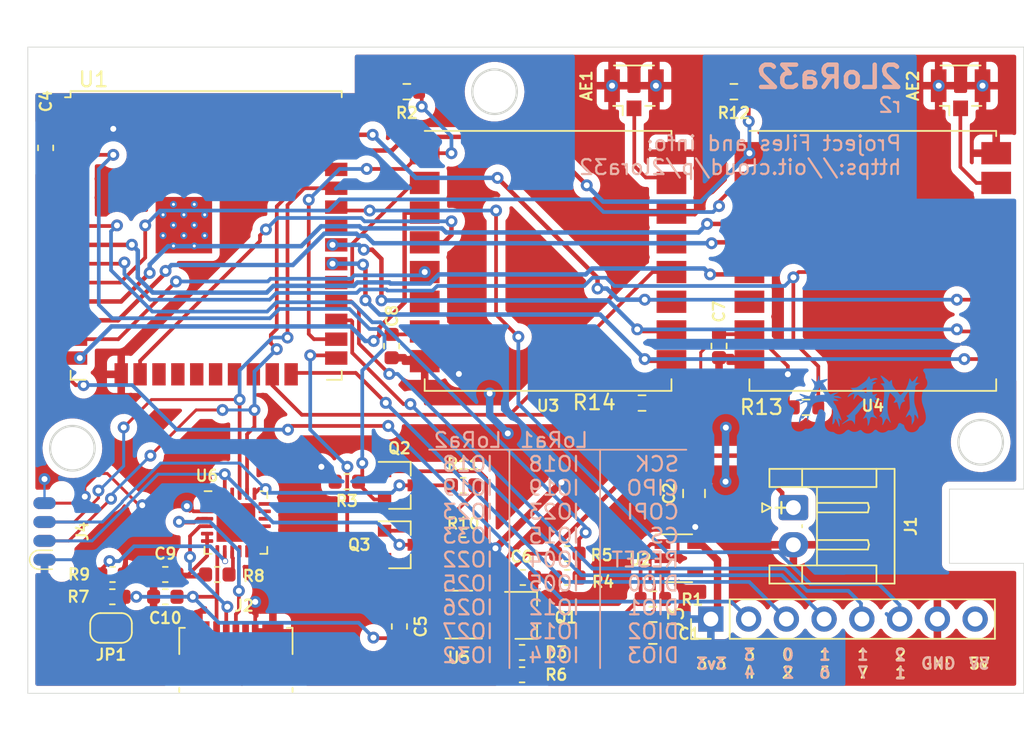
<source format=kicad_pcb>
(kicad_pcb (version 20211014) (generator pcbnew)

  (general
    (thickness 1.6)
  )

  (paper "A4")
  (layers
    (0 "F.Cu" signal)
    (31 "B.Cu" signal)
    (32 "B.Adhes" user "B.Adhesive")
    (33 "F.Adhes" user "F.Adhesive")
    (34 "B.Paste" user)
    (35 "F.Paste" user)
    (36 "B.SilkS" user "B.Silkscreen")
    (37 "F.SilkS" user "F.Silkscreen")
    (38 "B.Mask" user)
    (39 "F.Mask" user)
    (40 "Dwgs.User" user "User.Drawings")
    (41 "Cmts.User" user "User.Comments")
    (42 "Eco1.User" user "User.Eco1")
    (43 "Eco2.User" user "User.Eco2")
    (44 "Edge.Cuts" user)
    (45 "Margin" user)
    (46 "B.CrtYd" user "B.Courtyard")
    (47 "F.CrtYd" user "F.Courtyard")
    (48 "B.Fab" user)
    (49 "F.Fab" user)
  )

  (setup
    (stackup
      (layer "F.SilkS" (type "Top Silk Screen"))
      (layer "F.Paste" (type "Top Solder Paste"))
      (layer "F.Mask" (type "Top Solder Mask") (thickness 0.01))
      (layer "F.Cu" (type "copper") (thickness 0.035))
      (layer "dielectric 1" (type "core") (thickness 1.51) (material "FR4") (epsilon_r 4.5) (loss_tangent 0.02))
      (layer "B.Cu" (type "copper") (thickness 0.035))
      (layer "B.Mask" (type "Bottom Solder Mask") (thickness 0.01))
      (layer "B.Paste" (type "Bottom Solder Paste"))
      (layer "B.SilkS" (type "Bottom Silk Screen"))
      (copper_finish "None")
      (dielectric_constraints no)
    )
    (pad_to_mask_clearance 0.051)
    (solder_mask_min_width 0.25)
    (pcbplotparams
      (layerselection 0x00010fc_ffffffff)
      (disableapertmacros false)
      (usegerberextensions true)
      (usegerberattributes false)
      (usegerberadvancedattributes false)
      (creategerberjobfile false)
      (svguseinch false)
      (svgprecision 6)
      (excludeedgelayer true)
      (plotframeref false)
      (viasonmask false)
      (mode 1)
      (useauxorigin false)
      (hpglpennumber 1)
      (hpglpenspeed 20)
      (hpglpendiameter 15.000000)
      (dxfpolygonmode true)
      (dxfimperialunits true)
      (dxfusepcbnewfont true)
      (psnegative false)
      (psa4output false)
      (plotreference true)
      (plotvalue true)
      (plotinvisibletext false)
      (sketchpadsonfab false)
      (subtractmaskfromsilk false)
      (outputformat 1)
      (mirror false)
      (drillshape 0)
      (scaleselection 1)
      (outputdirectory "gerber/")
    )
  )

  (net 0 "")
  (net 1 "GND")
  (net 2 "Net-(AE1-Pad1)")
  (net 3 "Net-(AE2-Pad1)")
  (net 4 "VBUS")
  (net 5 "+3V3")
  (net 6 "VIN")
  (net 7 "VBAT")
  (net 8 "Net-(C9-Pad1)")
  (net 9 "Net-(J2-Pad3)")
  (net 10 "Net-(J2-Pad2)")
  (net 11 "Net-(JP1-Pad2)")
  (net 12 "RTS")
  (net 13 "EN")
  (net 14 "Net-(Q2-Pad1)")
  (net 15 "IO0")
  (net 16 "DTR")
  (net 17 "Net-(Q3-Pad1)")
  (net 18 "Net-(R4-Pad2)")
  (net 19 "Net-(R8-Pad1)")
  (net 20 "LORSCK")
  (net 21 "TX")
  (net 22 "RX")
  (net 23 "Net-(U1-Pad29)")
  (net 24 "Net-(R13-Pad1)")
  (net 25 "Net-(U1-Pad16)")
  (net 26 "Net-(U1-Pad13)")
  (net 27 "Net-(U1-Pad12)")
  (net 28 "Net-(R14-Pad1)")
  (net 29 "Net-(U1-Pad8)")
  (net 30 "unconnected-(J2-Pad4)")
  (net 31 "Net-(R1-Pad1)")
  (net 32 "unconnected-(U1-Pad32)")
  (net 33 "unconnected-(U1-Pad22)")
  (net 34 "unconnected-(U1-Pad21)")
  (net 35 "unconnected-(U1-Pad20)")
  (net 36 "unconnected-(U1-Pad19)")
  (net 37 "unconnected-(U1-Pad18)")
  (net 38 "unconnected-(U1-Pad17)")
  (net 39 "Net-(U1-Pad14)")
  (net 40 "Net-(U1-Pad11)")
  (net 41 "SPARE04")
  (net 42 "unconnected-(U1-Pad5)")
  (net 43 "unconnected-(U1-Pad4)")
  (net 44 "unconnected-(U2-Pad4)")
  (net 45 "unconnected-(U3-Pad13)")
  (net 46 "unconnected-(U3-Pad6)")
  (net 47 "unconnected-(U4-Pad13)")
  (net 48 "unconnected-(U4-Pad6)")
  (net 49 "unconnected-(U6-Pad24)")
  (net 50 "unconnected-(U6-Pad22)")
  (net 51 "unconnected-(U6-Pad18)")
  (net 52 "unconnected-(U6-Pad17)")
  (net 53 "unconnected-(U6-Pad16)")
  (net 54 "unconnected-(U6-Pad15)")
  (net 55 "unconnected-(U6-Pad14)")
  (net 56 "unconnected-(U6-Pad13)")
  (net 57 "unconnected-(U6-Pad12)")
  (net 58 "unconnected-(U6-Pad11)")
  (net 59 "unconnected-(U6-Pad10)")
  (net 60 "unconnected-(U6-Pad1)")
  (net 61 "LORCOPI")
  (net 62 "LORCIPO")
  (net 63 "SPARE03")
  (net 64 "SPARE02")
  (net 65 "SPARE01")
  (net 66 "SPARE00")
  (net 67 "Net-(R2-Pad1)")
  (net 68 "Net-(R12-Pad1)")
  (net 69 "+5V")

  (footprint "RF_Module:ESP32-WROOM-32U" (layer "F.Cu") (at 178 96.675001))

  (footprint "Connector_Coaxial:U.FL_Hirose_U.FL-R-SMT-1_Vertical" (layer "F.Cu") (at 228.75 87.07 90))

  (footprint "Capacitor_SMD:C_0603_1608Metric" (layer "F.Cu") (at 167.2 90.781475 90))

  (footprint "Capacitor_SMD:C_0603_1608Metric" (layer "F.Cu") (at 191 123 -90))

  (footprint "Capacitor_SMD:C_0603_1608Metric" (layer "F.Cu") (at 199.3 119.7 180))

  (footprint "Capacitor_SMD:C_0603_1608Metric" (layer "F.Cu") (at 190.475 104.125 -90))

  (footprint "Capacitor_SMD:C_0603_1608Metric" (layer "F.Cu") (at 175.25 119.5 180))

  (footprint "Capacitor_SMD:C_0603_1608Metric" (layer "F.Cu") (at 199.25 124.75 180))

  (footprint "Connector_JST:JST_EH_S2B-EH_1x02_P2.50mm_Horizontal" (layer "F.Cu") (at 217.5 115 -90))

  (footprint "Package_TO_SOT_SMD:SOT-23" (layer "F.Cu") (at 191 113.5))

  (footprint "Package_TO_SOT_SMD:SOT-23" (layer "F.Cu") (at 191 117.5))

  (footprint "Resistor_SMD:R_0603_1608Metric" (layer "F.Cu") (at 187.4625 113.25))

  (footprint "Resistor_SMD:R_0603_1608Metric" (layer "F.Cu") (at 202.3 119.7))

  (footprint "Resistor_SMD:R_0603_1608Metric" (layer "F.Cu") (at 202.3 118.1 180))

  (footprint "Resistor_SMD:R_0603_1608Metric" (layer "F.Cu") (at 199.25 126.25))

  (footprint "Resistor_SMD:R_0603_1608Metric" (layer "F.Cu") (at 171.6875 121))

  (footprint "Resistor_SMD:R_0603_1608Metric" (layer "F.Cu") (at 178.75 119.5 180))

  (footprint "Resistor_SMD:R_0603_1608Metric" (layer "F.Cu") (at 171.7 119.5 180))

  (footprint "Resistor_SMD:R_0603_1608Metric" (layer "F.Cu") (at 195.2875 117.5))

  (footprint "Resistor_SMD:R_0603_1608Metric" (layer "F.Cu") (at 195.2875 113.5))

  (footprint "loranet2:DRF1276G" (layer "F.Cu") (at 201 98.140001))

  (footprint "loranet2:DRF1276G" (layer "F.Cu") (at 222.844999 98.140001))

  (footprint "Package_DFN_QFN:QFN-24-1EP_4x4mm_P0.5mm_EP2.6x2.6mm" (layer "F.Cu") (at 180 116))

  (footprint "Connector_USB:USB_Micro-B_Molex_47346-0001" (layer "F.Cu") (at 180 124.8))

  (footprint "Capacitor_SMD:C_0603_1608Metric" (layer "F.Cu") (at 212.5 104.1125 90))

  (footprint "Package_TO_SOT_SMD:SOT-23" (layer "F.Cu") (at 199.5 122.25))

  (footprint "Package_TO_SOT_SMD:SOT-23-5" (layer "F.Cu") (at 195 122.2 180))

  (footprint "Connector_Coaxial:U.FL_Hirose_U.FL-R-SMT-1_Vertical" (layer "F.Cu") (at 206.78 87.07 90))

  (footprint "Capacitor_SMD:C_0805_2012Metric" (layer "F.Cu") (at 208.05 123.436))

  (footprint "Capacitor_SMD:C_0805_2012Metric" (layer "F.Cu") (at 210.82 114.046 90))

  (footprint "Resistor_SMD:R_0603_1608Metric" (layer "F.Cu") (at 208.05 121.15 180))

  (footprint "Package_TO_SOT_SMD:SOT-23-5" (layer "F.Cu") (at 209.795001 118.405001))

  (footprint "Capacitor_SMD:C_0603_1608Metric" (layer "F.Cu") (at 175.25 121 180))

  (footprint "Jumper:SolderJumper-2_P1.3mm_Bridged_RoundedPad1.0x1.5mm" (layer "F.Cu") (at 171.6 123.1 180))

  (footprint "Resistor_SMD:R_0603_1608Metric" (layer "F.Cu") (at 213.5 87 180))

  (footprint "Resistor_SMD:R_0603_1608Metric" (layer "F.Cu") (at 191.5 87 180))

  (footprint "Resistor_SMD:R_0603_1608Metric" (layer "F.Cu") (at 218.351714 108.25 180))

  (footprint "Resistor_SMD:R_0603_1608Metric" (layer "F.Cu") (at 207.32 107.96))

  (footprint "Connector_PinHeader_2.54mm:PinHeader_1x08_P2.54mm_Vertical" (layer "F.Cu") (at 211.95 122.5 90))

  (footprint "loranet2:SOIC_clipProgSmall" (layer "F.Cu") (at 166.376 116.602 -90))

  (footprint "loranet2:MRA-2022_10x6mm" (layer "B.Cu")
    (tedit 623B5DFD) (tstamp 00000000-0000-0000-0000-000060d4245f)
    (at 221.815645 109.15801 180)
    (property "Sheetfile" "loranet2.kicad_sch")
    (property "Sheetname" "")
    (path "/00000000-0000-0000-0000-000060d48c38")
    (attr through_hole)
    (fp_text reference "H1" (at 0 0) (layer "B.SilkS") hide
      (effects (font (size 1.27 1.27) (thickness 0.15)) (justify mirror))
      (tstamp 72bd3a47-5258-460c-bd5b-ac220179bcdf)
    )
    (fp_text value "MountingHole" (at 0 0) (layer "B.SilkS") hide
      (effects (font (size 1.27 1.27) (thickness 0.15)) (justify mirror))
      (tstamp 31948383-d588-419b-b73e-6f2eb277375e)
    )
    (fp_poly (pts
        (xy -1.558313 3.04029)
        (xy -1.564778 3.012362)
        (xy -1.593564 2.958042)
        (xy -1.628618 2.897503)
        (xy -1.676306 2.815254)
        (xy -1.727994 2.726186)
        (xy -1.743926 2.69875)
        (xy -1.842272 2.529417)
        (xy -1.704303 2.523158)
        (xy -1.63412 2.517775)
        (xy -1.58444 2.509763)
        (xy -1.566333 2.501182)
        (xy -1.581318 2.480125)
        (xy -1.620043 2.442047)
        (xy -1.659259 2.407789)
        (xy -1.720942 2.348345)
        (xy -1.757562 2.287767)
        (xy -1.778809 2.219127)
        (xy -1.790032 2.139902)
        (xy -1.795319 2.026606)
        (xy -1.794991 1.887038)
        (xy -1.789365 1.728996)
        (xy -1.77876 1.560279)
        (xy -1.763493 1.388684)
        (xy -1.743884 1.22201)
        (xy -1.735742 1.164167)
        (xy -1.719827 1.049489)
        (xy -1.706621 0.941121)
        (xy -1.697386 0.850389)
        (xy -1.693384 0.788622)
        (xy -1.693313 0.783167)
        (xy -1.679638 0.647461)
        (xy -1.635987 0.533109)
        (xy -1.557401 0.427311)
        (xy -1.553983 0.423635)
        (xy -1.497644 0.361601)
        (xy -1.469219 0.323597)
        (xy -1.466483 0.303927)
        (xy -1.487208 0.296894)
        (xy -1.504225 0.296334)
        (xy -1.581972 0.27694)
        (xy -1.641488 0.220331)
        (xy -1.663375 0.178893)
        (xy -1.682831 0.102771)
        (xy -1.69196 0.003496)
        (xy -1.690281 -0.100914)
        (xy -1.677316 -0.192441)
        (xy -1.673644 -0.206514)
        (xy -1.665232 -0.257309)
        (xy -1.676334 -0.274625)
        (xy -1.704224 -0.255423)
        (xy -1.710785 -0.247892)
        (xy -1.730087 -0.216083)
        (xy -1.760114 -0.157333)
        (xy -1.794811 -0.083567)
        (xy -1.799452 -0.073267)
        (xy -1.848749 0.025689)
        (xy -1.897289 0.103347)
        (xy -1.940536 0.153314)
        (xy -1.971698 0.169334)
        (xy -1.991985 0.153722)
        (xy -2.030372 0.112499)
        (xy -2.07978 0.054088)
        (xy -2.133129 -0.013092)
        (xy -2.183341 -0.080618)
        (xy -2.191414 -0.092038)
        (xy -2.219916 -0.125966)
        (xy -2.231189 -0.122224)
        (xy -2.225405 -0.081734)
        (xy -2.202736 -0.005417)
        (xy -2.163352 0.105803)
        (xy -2.146302 0.151096)
        (xy -2.092618 0.305003)
        (xy -2.053991 0.449979)
        (xy -2.028962 0.596714)
        (xy -2.016071 0.755899)
        (xy -2.013858 0.938224)
        (xy -2.018067 1.090084)
        (xy -2.027363 1.246172)
        (xy -2.043486 1.380888)
        (xy -2.069454 1.515022)
        (xy -2.094718 1.618215)
        (xy -2.120635 1.715801)
        (xy -2.143401 1.797561)
        (xy -2.160648 1.855263)
        (xy -2.17001 1.880674)
        (xy -2.170278 1.881)
        (xy -2.194075 1.877282)
        (xy -2.237493 1.846884)
        (xy -2.294202 1.796576)
        (xy -2.357875 1.733125)
        (xy -2.422183 1.663301)
        (xy -2.480799 1.593873)
        (xy -2.527395 1.531609)
        (xy -2.555641 1.483278)
        (xy -2.561167 1.462893)
        (xy -2.549776 1.42417)
        (xy -2.520662 1.367321)
        (xy -2.498052 1.331394)
        (xy -2.462524 1.276498)
        (xy -2.439455 1.236133)
        (xy -2.434552 1.223516)
        (xy -2.452511 1.220774)
        (xy -2.499163 1.229318)
        (xy -2.542632 1.240993)
        (xy -2.606181 1.256004)
        (xy -2.652881 1.259959)
        (xy -2.667672 1.255727)
        (xy -2.679395 1.229386)
        (xy -2.698868 1.170848)
        (xy -2.723327 1.08892)
        (xy -2.748596 0.997708)
        (xy -2.774584 0.90273)
        (xy -2.797304 0.823689)
        (xy -2.814254 0.769031)
        (xy -2.82279 0.747321)
        (xy -2.831657 0.760755)
        (xy -2.844799 0.805596)
        (xy -2.857041 0.860864)
        (xy -2.892058 1.011047)
        (xy -2.931665 1.124)
        (xy -2.97887 1.204798)
        (xy -3.036678 1.258515)
        (xy -3.108096 1.290224)
        (xy -3.112073 1.291321)
        (xy -3.172218 1.312414)
        (xy -3.192545 1.336524)
        (xy -3.175421 1.370209)
        (xy -3.149909 1.396114)
        (xy -3.103651 1.43921)
        (xy -3.195242 1.619847)
        (xy -3.245648 1.711891)
        (xy -3.300634 1.800699)
        (xy -3.350762 1.871352)
        (xy -3.365826 1.889497)
        (xy -3.444818 1.97851)
        (xy -3.457715 1.872964)
        (xy -3.464957 1.803329)
        (xy -3.47401 1.700469)
        (xy -3.484196 1.573416)
        (xy -3.494839 1.431205)
        (xy -3.505261 1.28287)
        (xy -3.514785 1.137445)
        (xy -3.522333 1.011101)
        (xy -3.526449 0.919505)
        (xy -3.524771 0.856223)
        (xy -3.514861 0.807369)
        (xy -3.494285 0.759057)
        (xy -3.470356 0.714767)
        (xy -3.417075 0.616539)
        (xy -3.365587 0.5164)
        (xy -3.319319 0.421658)
        (xy -3.2817 0.33962)
        (xy -3.256158 0.277593)
        (xy -3.246119 0.242885)
        (xy -3.246938 0.238507)
        (xy -3.267079 0.245759)
        (xy -3.308609 0.276244)
        (xy -3.362761 0.323483)
        (xy -3.365896 0.326406)
        (xy -3.422794 0.375238)
        (xy -3.470226 0.408081)
        (xy -3.49814 0.418001)
        (xy -3.498514 0.417891)
        (xy -3.524666 0.396752)
        (xy -3.563257 0.352039)
        (xy -3.58775 0.319082)
        (xy -3.615204 0.278151)
        (xy -3.633306 0.241843)
        (xy -3.64397 0.200053)
        (xy -3.649111 0.142679)
        (xy -3.650643 0.059619)
        (xy -3.650612 -0.012619)
        (xy -3.650696 -0.108022)
        (xy -3.651405 -0.185627)
        (xy -3.652618 -0.237042)
        (xy -3.654082 -0.254)
        (xy -3.665652 -0.237019)
        (xy -3.692636 -0.192002)
        (xy -3.72974 -0.127832)
        (xy -3.739246 -0.111125)
        (xy -3.777599 -0.041334)
        (xy -3.801336 0.012712)
        (xy -3.81384 0.065435)
        (xy -3.818491 0.131259)
        (xy -3.818672 0.224605)
        (xy -3.818647 0.227542)
        (xy -3.819537 0.326598)
        (xy -3.824656 0.388572)
        (xy -3.834654 0.418564)
        (xy -3.843597 0.423334)
        (xy -3.87619 0.406636)
        (xy -3.920183 0.364023)
        (xy -3.966654 0.306714)
        (xy -4.006678 0.24593)
        (xy -4.031332 0.192891)
        (xy -4.033576 0.184466)
        (xy -4.044932 0.143133)
        (xy -4.056289 0.138918)
        (xy -4.069236 0.158274)
        (xy -4.083845 0.220057)
        (xy -4.079168 0.315424)
        (xy -4.055891 0.440634)
        (xy -4.014696 0.591944)
        (xy -3.960246 0.75463)
        (xy -3.919647 0.872097)
        (xy -3.882579 0.988328)
        (xy -3.852618 1.091489)
        (xy -3.833338 1.169746)
        (xy -3.830722 1.183365)
        (xy -3.813282 1.322433)
        (xy -3.805796 1.47418)
        (xy -3.808106 1.624682)
        (xy -3.820056 1.760015)
        (xy -3.83832 1.855139)
        (xy -3.855999 1.943748)
        (xy -3.86863 2.051431)
        (xy -3.8735 2.154995)
        (xy -3.8735 2.155745)
        (xy -3.874304 2.241117)
        (xy -3.879285 2.296604)
        (xy -3.892301 2.334653)
        (xy -3.917206 2.367709)
        (xy -3.949077 2.399695)
        (xy -4.012713 2.453521)
        (xy -4.081429 2.500272)
        (xy -4.102535 2.511839)
        (xy -4.180417 2.550584)
        (xy -3.878521 2.56292)
        (xy -3.939233 2.675013)
        (xy -3.979083 2.754204)
        (xy -4.014264 2.834076)
        (xy -4.041037 2.904828)
        (xy -4.055666 2.956658)
        (xy -4.055238 2.979152)
        (xy -4.025218 2.983607)
        (xy -3.985399 2.961784)
        (xy -3.94931 2.92273)
        (xy -3.937146 2.900185)
        (xy -3.910751 2.856968)
        (xy -3.86607 2.80258)
        (xy -3.811425 2.745067)
        (xy -3.75514 2.692474)
        (xy -3.705535 2.652847)
        (xy -3.670936 2.634231)
        (xy -3.662596 2.634779)
        (xy -3.64168 2.65904)
        (xy -3.609153 2.708367)
        (xy -3.583254 2.752404)
        (xy -3.549124 2.809399)
        (xy -3.522214 2.84756)
        (xy -3.51108 2.857479)
        (xy -3.500083 2.838757)
        (xy -3.487927 2.791615)
        (xy -3.483621 2.767542)
        (xy -3.464942 2.682506)
        (xy -3.433917 2.574891)
        (xy -3.39487 2.45693)
        (xy -3.352122 2.340855)
        (xy -3.309997 2.238899)
        (xy -3.272815 2.163296)
        (xy -3.266184 2.152144)
        (xy -3.224868 2.092707)
        (xy -3.168854 2.021227)
        (xy -3.104656 1.944951)
        (xy -3.038789 1.871125)
        (xy -2.977765 1.806992)
        (xy -2.9281 1.7598)
        (xy -2.896309 1.736793)
        (xy -2.891739 1.735667)
        (xy -2.862294 1.751288)
        (xy -2.82575 1.789348)
        (xy -2.822315 1.793875)
        (xy -2.791733 1.832402)
        (xy -2.740403 1.894214)
        (xy -2.675497 1.970775)
        (xy -2.604515 2.053167)
        (xy -2.501453 2.175808)
        (xy -2.425615 2.277156)
        (xy -2.373197 2.364716)
        (xy -2.340393 2.445993)
        (xy -2.323401 2.528494)
        (xy -2.318421 2.617576)
        (xy -2.317311 2.699049)
        (xy -2.310384 2.741208)
        (xy -2.290895 2.747027)
        (xy -2.252095 2.719478)
        (xy -2.19755 2.670835)
        (xy -2.140849 2.619636)
        (xy -2.037589 2.722693)
        (xy -1.976359 2.778441)
        (xy -1.899475 2.840732)
        (xy -1.815208 2.903771)
        (xy -1.73183 2.961765)
        (xy -1.657614 3.008921)
        (xy -1.60083 3.039445)
        (xy -1.573125 3.048)
        (xy -1.558313 3.04029)
      ) (layer "B.Cu") (width 0.01) (fill solid) (tstamp 4f31de85-a5e9-490a-9f64-4ba66189b3e4))
    (fp_poly (pts
        (xy -0.766927 2.988489)
        (xy -0.737465 2.943923)
        (xy -0.709493 2.894542)
        (xy -0.670534 2.826151)
        (xy -0.629762 2.76762)
        (xy -0.580673 2.712555)
        (xy -0.516765 2.654561)
        (xy -0.431533 2.587244)
        (xy -0.318474 2.50421)
        (xy -0.296333 2.488296)
        (xy -0.178287 2.403613)
        (xy -0.088159 2.34004)
        (xy -0.019196 2.294395)
        (xy 0.035354 2.263496)
        (xy 0.082245 2.244161)
        (xy 0.128229 2.23321)
        (xy 0.180058 2.22746)
        (xy 0.244486 2.223729)
        (xy 0.267793 2.2225)
        (xy 0.463395 2.211917)
        (xy 0.337927 2.106084)
        (xy 0.27864 2.054775)
        (xy 0.234556 2.014147)
        (xy 0.213537 1.991512)
        (xy 0.212789 1.989667)
        (xy 0.230796 1.976636)
        (xy 0.278398 1.951287)
        (xy 0.34646 1.918395)
        (xy 0.369959 1.907561)
        (xy 0.455243 1.865778)
        (xy 0.514071 1.827168)
        (xy 0.559943 1.780915)
        (xy 0.603604 1.720363)
        (xy 0.641148 1.660068)
        (xy 0.664885 1.614506)
        (xy 0.669705 1.593983)
        (xy 0.648839 1.600457)
        (xy 0.602018 1.626805)
        (xy 0.537612 1.668126)
        (xy 0.504126 1.690991)
        (xy 0.403789 1.755225)
        (xy 0.320306 1.797638)
        (xy 0.257845 1.816816)
        (xy 0.220577 1.811347)
        (xy 0.211667 1.790116)
        (xy 0.216188 1.752467)
        (xy 0.228057 1.687549)
        (xy 0.244727 1.609253)
        (xy 0.24514 1.607434)
        (xy 0.260632 1.531011)
        (xy 0.269657 1.469477)
        (xy 0.270365 1.435604)
        (xy 0.270148 1.434862)
        (xy 0.25595 1.439577)
        (xy 0.225226 1.473826)
        (xy 0.183538 1.531028)
        (xy 0.163981 1.560493)
        (xy 0.11394 1.632975)
        (xy 0.067001 1.692578)
        (xy 0.031344 1.729151)
        (xy 0.02409 1.734103)
        (xy -0.022048 1.746063)
        (xy -0.06402 1.738795)
        (xy -0.084473 1.715711)
        (xy -0.084667 1.712712)
        (xy -0.100943 1.693475)
        (xy -0.144755 1.656597)
        (xy -0.208579 1.608164)
        (xy -0.255227 1.574772)
        (xy -0.425787 1.455257)
        (xy -0.376935 1.403038)
        (xy -0.332194 1.361059)
        (xy -0.269378 1.30894)
        (xy -0.225247 1.275173)
        (xy -0.15711 1.216291)
        (xy -0.084206 1.139908)
        (xy -0.032494 1.075954)
        (xy 0.012109 1.019382)
        (xy 0.079231 0.940229)
        (xy 0.161969 0.846356)
        (xy 0.253421 0.745621)
        (xy 0.326291 0.667417)
        (xy 0.427529 0.56142)
        (xy 0.505537 0.483227)
        (xy 0.564957 0.428779)
        (xy 0.610433 0.394019)
        (xy 0.646608 0.374888)
        (xy 0.667996 0.368787)
        (xy 0.716293 0.356531)
        (xy 0.740259 0.344186)
        (xy 0.740833 0.342496)
        (xy 0.72727 0.321405)
        (xy 0.692588 0.281316)
        (xy 0.665381 0.252598)
        (xy 0.589928 0.175328)
        (xy 0.659344 0.105912)
        (xy 0.708954 0.060643)
        (xy 0.779844 0.001296)
        (xy 0.859027 -0.061356)
        (xy 0.882963 -0.079566)
        (xy 0.96073 -0.140553)
        (xy 1.011082 -0.184976)
        (xy 1.032921 -0.210743)
        (xy 1.025146 -0.215766)
        (xy 0.986657 -0.197952)
        (xy 0.926042 -0.16143)
        (xy 0.791386 -0.080612)
        (xy 0.677518 -0.024323)
        (xy 0.574524 0.012055)
        (xy 0.530558 0.022846)
        (xy 0.460289 0.034558)
        (xy 0.411996 0.031325)
        (xy 0.367551 0.011762)
        (xy 0.364849 0.01018)
        (xy 0.30763 -0.035965)
        (xy 0.256216 -0.09786)
        (xy 0.221066 -0.161061)
        (xy 0.211667 -0.201334)
        (xy 0.204651 -0.226445)
        (xy 0.19259 -0.221191)
        (xy 0.185063 -0.193651)
        (xy 0.177714 -0.132155)
        (xy 0.171273 -0.045079)
        (xy 0.166468 0.059204)
        (xy 0.165548 0.089169)
        (xy 0.157582 0.379422)
        (xy 0.041749 0.492029)
        (xy -0.030401 0.570266)
        (xy -0.102365 0.661302)
        (xy -0.151612 0.734403)
        (xy -0.213844 0.823298)
        (xy -0.294891 0.909125)
        (xy -0.404542 1.002243)
        (xy -0.4053 1.002839)
        (xy -0.478991 1.058037)
        (xy -0.541081 1.099312)
        (xy -0.584008 1.121954)
        (xy -0.599292 1.123675)
        (xy -0.620346 1.08239)
        (xy -0.63808 1.010174)
        (xy -0.650428 0.918411)
        (xy -0.655323 0.818485)
        (xy -0.655334 0.814917)
        (xy -0.651293 0.739231)
        (xy -0.636407 0.666401)
        (xy -0.606876 0.581928)
        (xy -0.574187 0.505249)
        (xy -0.530924 0.414082)
        (xy -0.485641 0.328403)
        (xy -0.44597 0.262356)
        (xy -0.43398 0.245381)
        (xy -0.401316 0.197353)
        (xy -0.385912 0.163971)
        (xy -0.386581 0.156698)
        (xy -0.410488 0.158551)
        (xy -0.457756 0.176462)
        (xy -0.483939 0.189024)
        (xy -0.539063 0.215397)
        (xy -0.578226 0.230964)
        (xy -0.586532 0.232754)
        (xy -0.603508 0.214905)
        (xy -0.628779 0.169284)
        (xy -0.645583 0.132213)
        (xy -0.670307 0.056546)
        (xy -0.683725 -0.032331)
        (xy -0.687912 -0.148423)
        (xy -0.687917 -0.153432)
        (xy -0.689035 -0.235999)
        (xy -0.692024 -0.299542)
        (xy -0.696337 -0.3345)
        (xy -0.6985 -0.338362)
        (xy -0.712179 -0.320618)
        (xy -0.737411 -0.274573)
        (xy -0.765656 -0.21668)
        (xy -0.806996 -0.101815)
        (xy -0.833462 0.024763)
        (xy -0.836334 0.049512)
        (xy -0.850571 0.150126)
        (xy -0.873859 0.214522)
        (xy -0.912361 0.248717)
        (xy -0.972237 0.258729)
        (xy -1.044425 0.252735)
        (xy -1.126264 0.235296)
        (xy -1.202895 0.208739)
        (xy -1.235251 0.192354)
        (xy -1.284436 0.164178)
        (xy -1.317917 0.14901)
        (xy -1.322303 0.148167)
        (xy -1.316349 0.162722)
        (xy -1.28741 0.201735)
        (xy -1.240851 0.258224)
        (xy -1.212465 0.291042)
        (xy -1.087069 0.433917)
        (xy -1.039732 0.814917)
        (xy -1.023905 0.940538)
        (xy -1.009159 1.054349)
        (xy -0.996533 1.148555)
        (xy -0.987071 1.215362)
        (xy -0.982203 1.245231)
        (xy -0.979941 1.280412)
        (xy -1.002007 1.28509)
        (xy -1.020465 1.280332)
        (xy -1.060748 1.262248)
        (xy -1.123808 1.227144)
        (xy -1.197472 1.181884)
        (xy -1.213809 1.1713)
        (xy -1.281994 1.129044)
        (xy -1.3363 1.099798)
        (xy -1.367654 1.088297)
        (xy -1.371333 1.089111)
        (xy -1.36346 1.108646)
        (xy -1.330968 1.148421)
        (xy -1.280622 1.200264)
        (xy -1.274065 1.206562)
        (xy -1.204546 1.280504)
        (xy -1.169589 1.337557)
        (xy -1.164167 1.364775)
        (xy -1.167755 1.397051)
        (xy -1.18591 1.412723)
        (xy -1.229722 1.41765)
        (xy -1.264708 1.417916)
        (xy -1.346004 1.411783)
        (xy -1.438814 1.39649)
        (xy -1.481667 1.386417)
        (xy -1.56906 1.364371)
        (xy -1.620909 1.35553)
        (xy -1.641895 1.359897)
        (xy -1.636695 1.377477)
        (xy -1.629711 1.386565)
        (xy -1.598096 1.407122)
        (xy -1.536994 1.434042)
        (xy -1.457752 1.462519)
        (xy -1.428966 1.471618)
        (xy -1.30902 1.514451)
        (xy -1.230033 1.557586)
        (xy -1.190633 1.601893)
        (xy -1.185333 1.626148)
        (xy -1.198593 1.654507)
        (xy -1.232745 1.701393)
        (xy -1.264708 1.738975)
        (xy -1.302786 1.782056)
        (xy -1.320316 1.807998)
        (xy -1.312978 1.818049)
        (xy -1.276452 1.813455)
        (xy -1.206417 1.795464)
        (xy -1.136568 1.775967)
        (xy -1.073832 1.760416)
        (xy -1.038543 1.759171)
        (xy -1.018212 1.772502)
        (xy -1.013691 1.778597)
        (xy -1.006227 1.812042)
        (xy -1.0026 1.877921)
        (xy -1.00238 1.966548)
        (xy -1.004645 2.049973)
        (xy -0.613433 2.049973)
        (xy -0.611161 1.977293)
        (xy -0.60607 1.920154)
        (xy -0.600519 1.894932)
        (xy -0.587719 1.875239)
        (xy -0.565818 1.871912)
        (xy -0.528416 1.887413)
        (xy -0.469115 1.924201)
        (xy -0.399139 1.972339)
        (xy -0.33405 2.020262)
        (xy -0.300267 2.052321)
        (xy -0.29277 2.074382)
        (xy -0.300762 2.087306)
        (xy -0.332948 2.11217)
        (xy -0.387018 2.147963)
        (xy -0.451667 2.187905)
        (xy -0.515587 2.225212)
        (xy -0.567473 2.253103)
        (xy -0.596018 2.264795)
        (xy -0.596713 2.264834)
        (xy -0.604526 2.245624)
        (xy -0.609997 2.195701)
        (xy -0.613005 2.12663)
        (xy -0.613433 2.049973)
        (xy -1.004645 2.049973)
        (xy -1.005142 2.068239)
        (xy -1.010458 2.17331)
        (xy -1.017899 2.272075)
        (xy -1.027038 2.35485)
        (xy -1.037449 2.411949)
        (xy -1.04229 2.426375)
        (xy -1.074536 2.465215)
        (xy -1.12969 2.505662)
        (xy -1.156839 2.52041)
        (xy -1.221333 2.556837)
        (xy -1.245569 2.583875)
        (xy -1.229319 2.60094)
        (xy -1.190625 2.606835)
        (xy -1.132033 2.609596)
        (xy -1.089461 2.608584)
        (xy -1.039721 2.602633)
        (xy -1.005417 2.597517)
        (xy -0.92075 2.584671)
        (xy -0.994833 2.648589)
        (xy -1.084569 2.715686)
        (xy -1.174788 2.765312)
        (xy -1.253719 2.79146)
        (xy -1.27974 2.794)
        (xy -1.319941 2.799721)
        (xy -1.3335 2.810934)
        (xy -1.314775 2.846019)
        (xy -1.26494 2.868524)
        (xy -1.193508 2.877785)
        (xy -1.109993 2.873136)
        (xy -1.023906 2.853912)
        (xy -0.976647 2.835869)
        (xy -0.907724 2.806487)
        (xy -0.86837 2.796596)
        (xy -0.850661 2.806031)
        (xy -0.846667 2.833175)
        (xy -0.840112 2.880789)
        (xy -0.824178 2.935686)
        (xy -0.804464 2.982344)
        (xy -0.786567 3.005241)
        (xy -0.78446 3.005667)
        (xy -0.766927 2.988489)
      ) (layer "B.Cu") (width 0.01) (fill solid) (tstamp 8da5ca03-ed4e-4318-a05e-8d1b9da96279))
    (fp_poly (pts
        (xy 2.617647 3.023614)
        (xy 2.631609 2.974592)
        (xy 2.635504 2.950012)
        (xy 2.658609 2.813046)
        (xy 2.686259 2.716405)
        (xy 2.72114 2.658121)
        (xy 2.765939 2.636228)
        (xy 2.823344 2.648757)
        (xy 2.89604 2.693741)
        (xy 2.938965 2.727791)
        (xy 3.022266 2.794403)
        (xy 3.07655 2.830305)
        (xy 3.102496 2.834958)
        (xy 3.100781 2.807823)
        (xy 3.072083 2.748363)
        (xy 3.021121 2.662532)
        (xy 2.950978 2.540619)
        (xy 2.90925 2.440602)
        (xy 2.895749 2.353171)
        (xy 2.910284 2.269014)
        (xy 2.952665 2.178822)
        (xy 3.009487 2.091811)
        (xy 3.065145 2.003871)
        (xy 3.117459 1.906062)
        (xy 3.152408 1.826278)
        (xy 3.181697 1.754696)
        (xy 3.210285 1.697935)
        (xy 3.230163 1.670302)
        (xy 3.25302 1.662369)
        (xy 3.294815 1.664938)
        (xy 3.361716 1.67912)
        (xy 3.459889 1.706022)
        (xy 3.508285 1.720291)
        (xy 3.64563 1.760748)
        (xy 3.747453 1.789175)
        (xy 3.818512 1.806574)
        (xy 3.863561 1.813952)
        (xy 3.887355 1.812312)
        (xy 3.894649 1.80266)
        (xy 3.894667 1.801926)
        (xy 3.877193 1.773628)
        (xy 3.830655 1.73304)
        (xy 3.763873 1.686757)
        (xy 3.68567 1.641374)
        (xy 3.667125 1.631821)
        (xy 3.614278 1.601629)
        (xy 3.581928 1.57611)
        (xy 3.577167 1.567629)
        (xy 3.596248 1.550205)
        (xy 3.646785 1.527644)
        (xy 3.718712 1.503078)
        (xy 3.801967 1.479639)
        (xy 3.886486 1.460456)
        (xy 3.958167 1.449095)
        (xy 4.050039 1.433957)
        (xy 4.120805 1.41265)
        (xy 4.162332 1.388103)
        (xy 4.169833 1.372854)
        (xy 4.149942 1.366289)
        (xy 4.095365 1.360018)
        (xy 4.01375 1.354643)
        (xy 3.912745 1.350766)
        (xy 3.879186 1.349973)
        (xy 3.588539 1.344084)
        (xy 3.696208 1.27505)
        (xy 3.771702 1.22261)
        (xy 3.830342 1.174132)
        (xy 3.865739 1.135553)
        (xy 3.871506 1.112809)
        (xy 3.87117 1.112448)
        (xy 3.849541 1.117227)
        (xy 3.799393 1.137729)
        (xy 3.729749 1.170117)
        (xy 3.694179 1.187685)
        (xy 3.591153 1.235267)
        (xy 3.513963 1.260472)
        (xy 3.454313 1.265964)
        (xy 3.451199 1.265733)
        (xy 3.407249 1.260128)
        (xy 3.384252 1.245361)
        (xy 3.374266 1.210107)
        (xy 3.369728 1.149533)
        (xy 3.370818 1.076893)
        (xy 3.385591 1.008653)
        (xy 3.417865 0.937009)
        (xy 3.471461 0.854156)
        (xy 3.550196 0.752291)
        (xy 3.584584 0.71048)
        (xy 3.728586 0.520118)
        (xy 3.833796 0.341363)
        (xy 3.901344 0.171747)
        (xy 3.932364 0.008802)
        (xy 3.934806 -0.052916)
        (xy 3.934374 -0.201083)
        (xy 3.893315 -0.116416)
        (xy 3.863492 -0.053673)
        (xy 3.824644 0.029704)
        (xy 3.785138 0.115751)
        (xy 3.784835 0.116417)
        (xy 3.717412 0.264584)
        (xy 3.704842 0.179917)
        (xy 3.696165 0.128825)
        (xy 3.688664 0.115505)
        (xy 3.678339 0.135717)
        (xy 3.674185 0.147417)
        (xy 3.65116 0.185638)
        (xy 3.605418 0.242418)
        (xy 3.565508 0.28575)
        (xy 3.683 0.28575)
        (xy 3.693583 0.275167)
        (xy 3.704167 0.28575)
        (xy 3.693583 0.296334)
        (xy 3.683 0.28575)
        (xy 3.565508 0.28575)
        (xy 3.545361 0.307623)
        (xy 3.521382 0.331672)
        (xy 3.386667 0.463761)
        (xy 3.386667 0.221297)
        (xy 3.384896 0.113278)
        (xy 3.379882 0.033824)
        (xy 3.372074 -0.011926)
        (xy 3.3655 -0.021166)
        (xy 3.349657 -0.003033)
        (xy 3.344333 0.032382)
        (xy 3.338156 0.071115)
        (xy 3.321171 0.141378)
        (xy 3.295695 0.234453)
        (xy 3.264048 0.341624)
        (xy 3.250043 0.386924)
        (xy 3.211853 0.509313)
        (xy 3.173666 0.632518)
        (xy 3.139434 0.743742)
        (xy 3.113106 0.830188)
        (xy 3.108786 0.844547)
        (xy 3.061153 0.978116)
        (xy 3.004176 1.082078)
        (xy 2.932073 1.160414)
        (xy 2.83906 1.217103)
        (xy 2.719353 1.256128)
        (xy 2.567168 1.281468)
        (xy 2.459175 1.29166)
        (xy 2.325013 1.30023)
        (xy 2.225255 1.301158)
        (xy 2.152344 1.292408)
        (xy 2.098724 1.271941)
        (xy 2.056838 1.237719)
        (xy 2.01913 1.187706)
        (xy 2.007906 1.169972)
        (xy 1.970447 1.117133)
        (xy 1.913995 1.04651)
        (xy 1.848877 0.970855)
        (xy 1.827853 0.94762)
        (xy 1.760794 0.867787)
        (xy 1.703182 0.786939)
        (xy 1.664581 0.718754)
        (xy 1.659745 0.707217)
        (xy 1.647029 0.671449)
        (xy 1.63836 0.636748)
        (xy 1.633728 0.596216)
        (xy 1.633124 0.542951)
        (xy 1.636538 0.470054)
        (xy 1.643962 0.370623)
        (xy 1.655384 0.237759)
        (xy 1.659044 0.196485)
        (xy 1.669774 0.068843)
        (xy 1.678077 -0.043958)
        (xy 1.683564 -0.135302)
        (xy 1.685845 -0.198574)
        (xy 1.684529 -0.227158)
        (xy 1.684086 -0.227969)
        (xy 1.661328 -0.224692)
        (xy 1.625216 -0.195944)
        (xy 1.585848 -0.1515)
        (xy 1.553583 -0.101642)
        (xy 1.531229 -0.038282)
        (xy 1.523711 0.014824)
        (xy 1.5186 0.079123)
        (xy 1.510303 0.123068)
        (xy 1.500947 0.148939)
        (xy 1.488036 0.149959)
        (xy 1.46461 0.122134)
        (xy 1.436483 0.080735)
        (xy 1.399728 0.018308)
        (xy 1.358698 -0.06232)
        (xy 1.318243 -0.150104)
        (xy 1.283215 -0.234001)
        (xy 1.258463 -0.302965)
        (xy 1.248838 -0.345954)
        (xy 1.248833 -0.346529)
        (xy 1.235525 -0.383834)
        (xy 1.226107 -0.392546)
        (xy 1.214819 -0.383698)
        (xy 1.209385 -0.338011)
        (xy 1.209609 -0.253253)
        (xy 1.210777 -0.219171)
        (xy 1.22218 -0.082286)
        (xy 1.245685 0.026286)
        (xy 1.264944 0.079375)
        (xy 1.289938 0.148106)
        (xy 1.292102 0.182463)
        (xy 1.270754 0.182584)
        (xy 1.225209 0.148606)
        (xy 1.171965 0.098036)
        (xy 1.124543 0.054793)
        (xy 1.09119 0.032359)
        (xy 1.0795 0.034898)
        (xy 1.087162 0.07741)
        (xy 1.108031 0.150217)
        (xy 1.138931 0.24458)
        (xy 1.176687 0.351762)
        (xy 1.218123 0.463022)
        (xy 1.260062 0.569623)
        (xy 1.29933 0.662823)
        (xy 1.33275 0.733886)
        (xy 1.335276 0.738734)
        (xy 1.373876 0.817631)
        (xy 1.402895 0.887673)
        (xy 1.417386 0.936568)
        (xy 1.418167 0.944713)
        (xy 1.431548 0.990971)
        (xy 1.464923 1.046805)
        (xy 1.477724 1.062889)
        (xy 1.561855 1.168881)
        (xy 1.612314 1.251342)
        (xy 1.629809 1.311439)
        (xy 1.629833 1.313334)
        (xy 1.627789 1.336674)
        (xy 1.615929 1.349934)
        (xy 1.585659 1.354931)
        (xy 1.528388 1.353479)
        (xy 1.4605 1.34911)
        (xy 1.382003 1.345762)
        (xy 1.32283 1.347109)
        (xy 1.292937 1.352791)
        (xy 1.291167 1.355227)
        (xy 1.308966 1.381805)
        (xy 1.354915 1.416792)
        (xy 1.417844 1.452919)
        (xy 1.48658 1.482914)
        (xy 1.488297 1.48353)
        (xy 1.546448 1.509311)
        (xy 1.588517 1.536807)
        (xy 1.593932 1.542335)
        (xy 1.59523 1.555057)
        (xy 1.570991 1.56197)
        (xy 1.517859 1.562996)
        (xy 1.432478 1.558056)
        (xy 1.311494 1.547072)
        (xy 1.17475 1.532548)
        (xy 1.068917 1.520829)
        (xy 1.179206 1.596498)
        (xy 1.237107 1.634298)
        (xy 1.284368 1.656836)
        (xy 1.335706 1.668036)
        (xy 1.405832 1.671822)
        (xy 1.462945 1.672167)
        (xy 1.547801 1.672533)
        (xy 1.596939 1.67504)
        (xy 1.616976 1.681804)
        (xy 1.614529 1.694941)
        (xy 1.597465 1.715184)
        (xy 1.531444 1.771896)
        (xy 1.530146 1.772709)
        (xy 2.201412 1.772709)
        (xy 2.22036 1.763109)
        (xy 2.268649 1.756518)
        (xy 2.301875 1.755022)
        (xy 2.368976 1.751278)
        (xy 2.46176 1.742837)
        (xy 2.564041 1.731249)
        (xy 2.6035 1.726146)
        (xy 2.715417 1.711262)
        (xy 2.79205 1.701815)
        (xy 2.840045 1.697409)
        (xy 2.866048 1.697645)
        (xy 2.876704 1.702127)
        (xy 2.878667 1.709678)
        (xy 2.866335 1.734631)
        (xy 2.83524 1.778452)
        (xy 2.818441 1.799636)
        (xy 2.777586 1.857862)
        (xy 2.730691 1.936794)
        (xy 2.692148 2.010834)
        (xy 2.65064 2.090607)
        (xy 2.607048 2.163979)
        (xy 2.573217 2.211917)
        (xy 2.520356 2.275417)
        (xy 2.519594 2.212728)
        (xy 2.510473 2.169024)
        (xy 2.480141 2.121142)
        (xy 2.42252 2.06011)
        (xy 2.404903 2.043395)
        (xy 2.336093 1.973295)
        (xy 2.275055 1.9009)
        (xy 2.228664 1.835353)
        (xy 2.203794 1.785799)
        (xy 2.201412 1.772709)
        (xy 1.530146 1.772709)
        (xy 1.440713 1.828711)
        (xy 1.341629 1.875463)
        (xy 1.335992 1.877644)
        (xy 1.300073 1.892101)
        (xy 1.290074 1.899927)
        (xy 1.310471 1.902074)
        (xy 1.365738 1.899489)
        (xy 1.421523 1.895788)
        (xy 1.542632 1.880919)
        (xy 1.638536 1.852705)
        (xy 1.683967 1.831351)
        (xy 1.745268 1.801226)
        (xy 1.79355 1.781881)
        (xy 1.81071 1.778)
        (xy 1.84631 1.795833)
        (xy 1.894505 1.84442)
        (xy 1.949482 1.916396)
        (xy 2.005425 2.004395)
        (xy 2.04127 2.070059)
        (xy 2.087962 2.157244)
        (xy 2.146574 2.260473)
        (xy 2.205992 2.360272)
        (xy 2.218114 2.379907)
        (xy 2.32268 2.547897)
        (xy 2.20129 2.626354)
        (xy 2.133205 2.674325)
        (xy 2.075945 2.721672)
        (xy 2.044741 2.754698)
        (xy 2.022408 2.790439)
        (xy 2.029276 2.805233)
        (xy 2.061754 2.811149)
        (xy 2.108232 2.80836)
        (xy 2.179009 2.79467)
        (xy 2.255109 2.774108)
        (xy 2.342083 2.751281)
        (xy 2.427206 2.735496)
        (xy 2.484021 2.730503)
        (xy 2.57175 2.730506)
        (xy 2.573296 2.868574)
        (xy 2.578051 2.95397)
        (xy 2.588564 3.010287)
        (xy 2.602531 3.034507)
        (xy 2.617647 3.023614)
      ) (layer "B.Cu") (width 0.01) (fill solid) (tstamp a810b8ca-59ed-411f-bcad-a352419dcd10))
    (fp_poly (pts
        (xy -3.239167 -2.248814)
        (xy -4.586454 -2.248814)
        (xy -4.636167 -2.301731)
        (xy -4.685879 -2.354647)
        (xy -3.239167 -2.354647)
        (xy -3.239167 -3.031981)
        (xy -6.318689 -3.031981)
        (xy -5.578083 -2.291147)
        (xy -4.837477 -1.550314)
        (xy -3.9165 -1.550314)
        (xy -3.9165 -1.444481)
        (xy -6.181333 -1.444481)
        (xy -6.181333 -0.767147)
        (xy -3.239167 -0.767147)
        (xy -3.239167 -2.248814)
      ) (layer "B.Mask") (width 0.01) (fill solid) (tstamp 7ac21db1-e4be-4157-bfc8-2dca055ba0c9))
    (fp_poly (pts
        (xy -1.558313 3.04029)
        (xy -1.564778 3.012362)
        (xy -1.593564 2.958042)
        (xy -1.628618 2.897503)
        (xy -1.676306 2.815254)
        (xy -1.727994 2.726186)
        (xy -1.743926 2.69875)
        (xy -1.842272 2.529417)
        (xy -1.704303 2.523158)
        (xy -1.63412 2.517775)
        (xy -1.58444 2.509763)
        (xy -1.566333 2.501182)
        (xy -1.581318 2.480125)
        (xy -1.620043 2.442047)
        (xy -1.659259 2.407789)
        (xy -1.720942 2.348345)
        (xy -1.757562 2.287767)
        (xy -1.778809 2.219127)
        (xy -1.790032 2.139902)
        (xy -1.795319 2.026606)
        (xy -1.794991 1.887038)
        (xy -1.789365 1.728996)
        (xy -1.77876 1.560279)
        (xy -1.763493 1.388684)
        (xy -1.743884 1.22201)
        (xy -1.735742 1.164167)
        (xy -1.719827 1.049489)
        (xy -1.706621 0.941121)
        (xy -1.697386 0.850389)
        (xy -1.693384 0.788622)
        (xy -1.693313 0.783167)
        (xy -1.679638 0.647461)
        (xy -1.635987 0.533109)
        (xy -1.557401 0.427311)
        (xy -1.553983 0.423635)
        (xy -1.497644 0.361601)
        (xy -1.469219 0.323597)
        (xy -1.466483 0.303927)
        (xy -1.487208 0.296894)
        (xy -1.504225 0.296334)
        (xy -1.581972 0.27694)
        (xy -1.641488 0.220331)
        (xy -1.663375 0.178893)
        (xy -1.682831 0.102771)
        (xy -1.69196 0.003496)
        (xy -1.690281 -0.100914)
        (xy -1.677316 -0.192441)
        (xy -1.673644 -0.206514)
        (xy -1.665232 -0.257309)
        (xy -1.676334 -0.274625)
        (xy -1.704224 -0.255423)
        (xy -1.710785 -0.247892)
        (xy -1.730087 -0.216083)
        (xy -1.760114 -0.157333)
        (xy -1.794811 -0.083567)
        (xy -1.799452 -0.073267)
        (xy -1.848749 0.025689)
        (xy -1.897289 0.103347)
        (xy -1.940536 0.153314)
        (xy -1.971698 0.169334)
        (xy -1.991985 0.153722)
        (xy -2.030372 0.112499)
        (xy -2.07978 0.054088)
        (xy -2.133129 -0.013092)
        (xy -2.183341 -0.080618)
        (xy -2.191414 -0.092038)
        (xy -2.219916 -0.125966)
  
... [620095 chars truncated]
</source>
